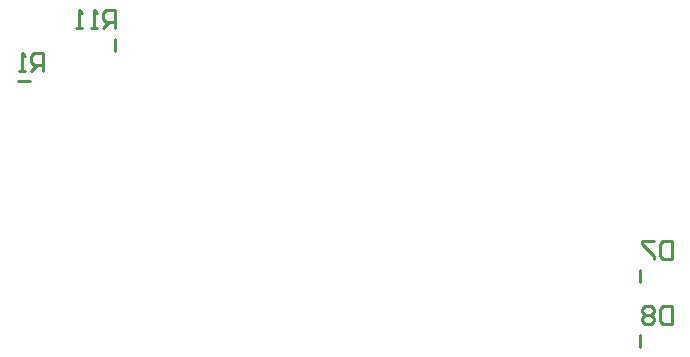
<source format=gbo>
G04*
G04 #@! TF.GenerationSoftware,Altium Limited,Altium Designer,21.8.1 (53)*
G04*
G04 Layer_Color=32896*
%FSLAX25Y25*%
%MOIN*%
G70*
G04*
G04 #@! TF.SameCoordinates,6B1BD33C-14DF-4FC0-A095-B567C4E17EB1*
G04*
G04*
G04 #@! TF.FilePolarity,Positive*
G04*
G01*
G75*
%ADD12C,0.01000*%
D12*
X237500Y332520D02*
X241500D01*
X270020Y342500D02*
Y346500D01*
X444980Y244000D02*
Y248000D01*
X445000Y265500D02*
Y269500D01*
X245700Y336000D02*
Y341998D01*
X242701D01*
X241701Y340998D01*
Y338999D01*
X242701Y337999D01*
X245700D01*
X243701D02*
X241701Y336000D01*
X239702D02*
X237703D01*
X238702D01*
Y341998D01*
X239702Y340998D01*
X269900Y350300D02*
Y356298D01*
X266901D01*
X265901Y355298D01*
Y353299D01*
X266901Y352299D01*
X269900D01*
X267901D02*
X265901Y350300D01*
X263902D02*
X261903D01*
X262902D01*
Y356298D01*
X263902Y355298D01*
X258904Y350300D02*
X256904D01*
X257904D01*
Y356298D01*
X258904Y355298D01*
X455500Y257798D02*
Y251800D01*
X452501D01*
X451501Y252800D01*
Y256798D01*
X452501Y257798D01*
X455500D01*
X449502Y256798D02*
X448502Y257798D01*
X446503D01*
X445503Y256798D01*
Y255799D01*
X446503Y254799D01*
X445503Y253799D01*
Y252800D01*
X446503Y251800D01*
X448502D01*
X449502Y252800D01*
Y253799D01*
X448502Y254799D01*
X449502Y255799D01*
Y256798D01*
X448502Y254799D02*
X446503D01*
X455500Y279298D02*
Y273300D01*
X452501D01*
X451501Y274300D01*
Y278298D01*
X452501Y279298D01*
X455500D01*
X449502D02*
X445503D01*
Y278298D01*
X449502Y274300D01*
Y273300D01*
M02*

</source>
